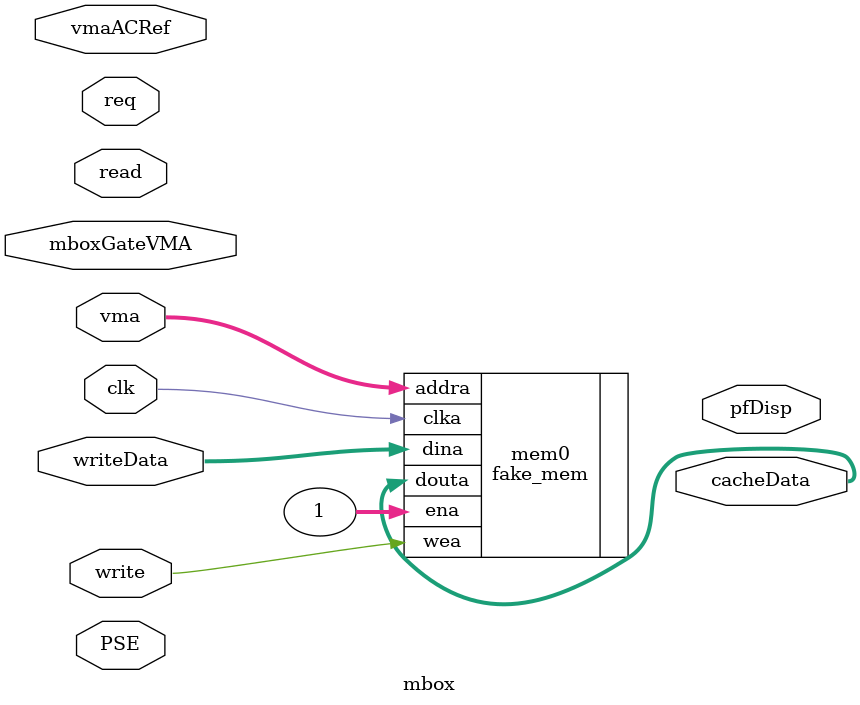
<source format=v>
`timescale 1ns / 1ps
module mbox(input clk,
            input [13:35] vma,
            input vmaACRef,
            input [37:35] mboxGateVMA,
            input [0:35] writeData,
            output reg [0:35] cacheData,
            output reg [0:10] pfDisp,
            input req,
            input read,
            input PSE,
            input write
            );

  fake_mem mem0(.clka(clk),
                .addra(vma),
                .dina(writeData),
                .douta(cacheData),
                .ena(1),
                .wea(write)
                );
endmodule // mbox

</source>
